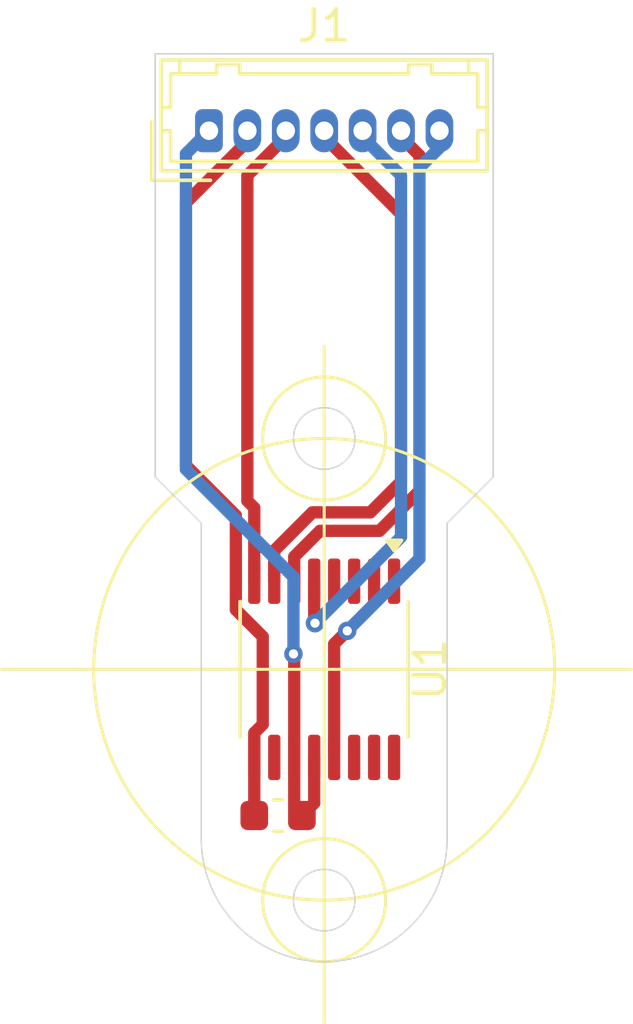
<source format=kicad_pcb>
(kicad_pcb (version 20240108) (generator "pcbnew") (generator_version "8.0")
  (layers (0 "F.Cu" signal) (31 "B.Cu" signal) (34 "B.Paste" user) (35 "F.Paste" user) (36 "B.SilkS" user "B.Silkscreen") (37 "F.SilkS" user "F.Silkscreen") (38 "B.Mask" user) (39 "F.Mask" user) (44 "Edge.Cuts" user))
  (net 0 "")
  (net 1 "GND")
  (net 2 "+3V3")
  (net 3 "/ERROR")
  (net 4 "/SPI_CLK")
  (net 5 "/NSS_ENC")
  (net 6 "/SPI_MISO")
  (net 7 "/SPI_MOSI")
  (footprint "Connector_Hirose:Hirose_DF13-07P-1.25DSA_1x07_P1.25mm_Vertical" (layer "F.Cu") (at 44.25 35.5)
    (property "Reference" "J1" (at 3.75 -3.4 0) (layer "F.SilkS"))
    (property "Value" "Conn_01x07")
    (fp_line (start -1.86 -0.3) (end -1.86 1.61) (stroke (width 0.12)) (layer "F.SilkS"))
    (fp_line (start -1.86 1.61) (end 0.05 1.61) (stroke (width 0.12)) (layer "F.SilkS"))
    (fp_line (start -1.55 -2.3) (end -1.55 1.3) (stroke (width 0.12)) (layer "F.SilkS"))
    (fp_line (start -1.55 -0.75) (end -1.25 -0.75) (stroke (width 0.12)) (layer "F.SilkS"))
    (fp_line (start -1.55 0) (end -1.25 0) (stroke (width 0.12)) (layer "F.SilkS"))
    (fp_line (start -1.55 1.3) (end 9.05 1.3) (stroke (width 0.12)) (layer "F.SilkS"))
    (fp_line (start -1.25 -1.85) (end -0.95 -1.85) (stroke (width 0.12)) (layer "F.SilkS"))
    (fp_line (start -1.25 -0.75) (end -1.25 -1.85) (stroke (width 0.12)) (layer "F.SilkS"))
    (fp_line (start -1.25 0) (end -1.25 1) (stroke (width 0.12)) (layer "F.SilkS"))
    (fp_line (start -1.25 1) (end 8.75 1) (stroke (width 0.12)) (layer "F.SilkS"))
    (fp_line (start -0.95 -1.85) (end -0.95 -2.3) (stroke (width 0.12)) (layer "F.SilkS"))
    (fp_line (start -0.95 -1.85) (end 0.25 -1.85) (stroke (width 0.12)) (layer "F.SilkS"))
    (fp_line (start 0.25 -2.15) (end 1 -2.15) (stroke (width 0.12)) (layer "F.SilkS"))
    (fp_line (start 0.25 -1.85) (end 0.25 -2.15) (stroke (width 0.12)) (layer "F.SilkS"))
    (fp_line (start 1 -2.15) (end 1 -1.85) (stroke (width 0.12)) (layer "F.SilkS"))
    (fp_line (start 1 -1.85) (end 6.5 -1.85) (stroke (width 0.12)) (layer "F.SilkS"))
    (fp_line (start 6.5 -2.15) (end 7.25 -2.15) (stroke (width 0.12)) (layer "F.SilkS"))
    (fp_line (start 6.5 -1.85) (end 6.5 -2.15) (stroke (width 0.12)) (layer "F.SilkS"))
    (fp_line (start 7.25 -2.15) (end 7.25 -1.85) (stroke (width 0.12)) (layer "F.SilkS"))
    (fp_line (start 7.25 -1.85) (end 8.45 -1.85) (stroke (width 0.12)) (layer "F.SilkS"))
    (fp_line (start 8.45 -1.85) (end 8.45 -2.3) (stroke (width 0.12)) (layer "F.SilkS"))
    (fp_line (start 8.75 -1.85) (end 8.45 -1.85) (stroke (width 0.12)) (layer "F.SilkS"))
    (fp_line (start 8.75 -0.75) (end 8.75 -1.85) (stroke (width 0.12)) (layer "F.SilkS"))
    (fp_line (start 8.75 0) (end 9.05 0) (stroke (width 0.12)) (layer "F.SilkS"))
    (fp_line (start 8.75 1) (end 8.75 0) (stroke (width 0.12)) (layer "F.SilkS"))
    (fp_line (start 9.05 -2.3) (end -1.55 -2.3) (stroke (width 0.12)) (layer "F.SilkS"))
    (fp_line (start 9.05 -0.75) (end 8.75 -0.75) (stroke (width 0.12)) (layer "F.SilkS"))
    (fp_line (start 9.05 1.3) (end 9.05 -2.3) (stroke (width 0.12)) (layer "F.SilkS"))
    (pad "1" thru_hole roundrect (at 0 0) (size 0.9 1.4) (drill 0.6) (layers "*.Cu" "*.Mask" "In1.Cu" "In2.Cu" "In3.Cu" "In4.Cu" "In5.Cu" "In6.Cu" "In7.Cu" "In8.Cu" "In9.Cu" "In10.Cu" "In11.Cu" "In12.Cu" "In13.Cu" "In14.Cu" "In15.Cu" "In16.Cu" "In17.Cu" "In18.Cu" "In19.Cu" "In20.Cu" "In21.Cu" "In22.Cu" "In23.Cu" "In24.Cu" "In25.Cu" "In26.Cu" "In27.Cu" "In28.Cu" "In29.Cu" "In30.Cu") (net 1 "GND"))
    (pad "2" thru_hole oval (at 1.25 0) (size 0.9 1.4) (drill 0.6) (layers "*.Cu" "*.Mask" "In1.Cu" "In2.Cu" "In3.Cu" "In4.Cu" "In5.Cu" "In6.Cu" "In7.Cu" "In8.Cu" "In9.Cu" "In10.Cu" "In11.Cu" "In12.Cu" "In13.Cu" "In14.Cu" "In15.Cu" "In16.Cu" "In17.Cu" "In18.Cu" "In19.Cu" "In20.Cu" "In21.Cu" "In22.Cu" "In23.Cu" "In24.Cu" "In25.Cu" "In26.Cu" "In27.Cu" "In28.Cu" "In29.Cu" "In30.Cu") (net 2 "+3V3"))
    (pad "3" thru_hole oval (at 2.5 0) (size 0.9 1.4) (drill 0.6) (layers "*.Cu" "*.Mask" "In1.Cu" "In2.Cu" "In3.Cu" "In4.Cu" "In5.Cu" "In6.Cu" "In7.Cu" "In8.Cu" "In9.Cu" "In10.Cu" "In11.Cu" "In12.Cu" "In13.Cu" "In14.Cu" "In15.Cu" "In16.Cu" "In17.Cu" "In18.Cu" "In19.Cu" "In20.Cu" "In21.Cu" "In22.Cu" "In23.Cu" "In24.Cu" "In25.Cu" "In26.Cu" "In27.Cu" "In28.Cu" "In29.Cu" "In30.Cu") (net 5 "/NSS_ENC"))
    (pad "4" thru_hole oval (at 3.75 0) (size 0.9 1.4) (drill 0.6) (layers "*.Cu" "*.Mask" "In1.Cu" "In2.Cu" "In3.Cu" "In4.Cu" "In5.Cu" "In6.Cu" "In7.Cu" "In8.Cu" "In9.Cu" "In10.Cu" "In11.Cu" "In12.Cu" "In13.Cu" "In14.Cu" "In15.Cu" "In16.Cu" "In17.Cu" "In18.Cu" "In19.Cu" "In20.Cu" "In21.Cu" "In22.Cu" "In23.Cu" "In24.Cu" "In25.Cu" "In26.Cu" "In27.Cu" "In28.Cu" "In29.Cu" "In30.Cu") (net 4 "/SPI_CLK"))
    (pad "5" thru_hole oval (at 5 0) (size 0.9 1.4) (drill 0.6) (layers "*.Cu" "*.Mask" "In1.Cu" "In2.Cu" "In3.Cu" "In4.Cu" "In5.Cu" "In6.Cu" "In7.Cu" "In8.Cu" "In9.Cu" "In10.Cu" "In11.Cu" "In12.Cu" "In13.Cu" "In14.Cu" "In15.Cu" "In16.Cu" "In17.Cu" "In18.Cu" "In19.Cu" "In20.Cu" "In21.Cu" "In22.Cu" "In23.Cu" "In24.Cu" "In25.Cu" "In26.Cu" "In27.Cu" "In28.Cu" "In29.Cu" "In30.Cu") (net 6 "/SPI_MISO"))
    (pad "6" thru_hole oval (at 6.25 0) (size 0.9 1.4) (drill 0.6) (layers "*.Cu" "*.Mask" "In1.Cu" "In2.Cu" "In3.Cu" "In4.Cu" "In5.Cu" "In6.Cu" "In7.Cu" "In8.Cu" "In9.Cu" "In10.Cu" "In11.Cu" "In12.Cu" "In13.Cu" "In14.Cu" "In15.Cu" "In16.Cu" "In17.Cu" "In18.Cu" "In19.Cu" "In20.Cu" "In21.Cu" "In22.Cu" "In23.Cu" "In24.Cu" "In25.Cu" "In26.Cu" "In27.Cu" "In28.Cu" "In29.Cu" "In30.Cu") (net 7 "/SPI_MOSI"))
    (pad "7" thru_hole oval (at 7.5 0) (size 0.9 1.4) (drill 0.6) (layers "*.Cu" "*.Mask" "In1.Cu" "In2.Cu" "In3.Cu" "In4.Cu" "In5.Cu" "In6.Cu" "In7.Cu" "In8.Cu" "In9.Cu" "In10.Cu" "In11.Cu" "In12.Cu" "In13.Cu" "In14.Cu" "In15.Cu" "In16.Cu" "In17.Cu" "In18.Cu" "In19.Cu" "In20.Cu" "In21.Cu" "In22.Cu" "In23.Cu" "In24.Cu" "In25.Cu" "In26.Cu" "In27.Cu" "In28.Cu" "In29.Cu" "In30.Cu") (net 3 "/ERROR"))
  )
  (footprint "Package_SO:TSSOP-16_4.4x5mm_P0.65mm" (layer "F.Cu") (at 48 53 -90)
    (property "Reference" "U1" (at 0 -3.45 90) (layer "F.SilkS"))
    (property "Value" "AK7452")
    (fp_line (start 0 2.735) (end -2.2 2.735) (stroke (width 0.12)) (layer "F.SilkS"))
    (fp_line (start 0 2.735) (end 2.2 2.735) (stroke (width 0.12)) (layer "F.SilkS"))
    (fp_line (start 0 -2.735) (end -2.2 -2.735) (stroke (width 0.12)) (layer "F.SilkS"))
    (fp_line (start 0 -2.735) (end 2.2 -2.735) (stroke (width 0.12)) (layer "F.SilkS"))
    (fp_poly (pts (xy -3.86 -2.275) (xy -4.19 -2.515) (xy -4.19 -2.035) (xy -3.86 -2.275)) (stroke (width 0.12)) (fill solid) (layer "F.SilkS"))
    (pad "1" smd roundrect (at -2.8625 -2.275 270) (size 1.475 0.4) (layers "F.Cu" "F.Paste" "F.Mask"))
    (pad "2" smd roundrect (at -2.8625 -1.625 270) (size 1.475 0.4) (layers "F.Cu" "F.Paste" "F.Mask"))
    (pad "3" smd roundrect (at -2.8625 -0.975 270) (size 1.475 0.4) (layers "F.Cu" "F.Paste" "F.Mask"))
    (pad "4" smd roundrect (at -2.8625 -0.325 270) (size 1.475 0.4) (layers "F.Cu" "F.Paste" "F.Mask"))
    (pad "5" smd roundrect (at -2.8625 0.325 270) (size 1.475 0.4) (layers "F.Cu" "F.Paste" "F.Mask") (net 6 "/SPI_MISO"))
    (pad "6" smd roundrect (at -2.8625 0.975 270) (size 1.475 0.4) (layers "F.Cu" "F.Paste" "F.Mask") (net 7 "/SPI_MOSI"))
    (pad "7" smd roundrect (at -2.8625 1.625 270) (size 1.475 0.4) (layers "F.Cu" "F.Paste" "F.Mask") (net 4 "/SPI_CLK"))
    (pad "8" smd roundrect (at -2.8625 2.275 270) (size 1.475 0.4) (layers "F.Cu" "F.Paste" "F.Mask") (net 5 "/NSS_ENC"))
    (pad "9" smd roundrect (at 2.8625 2.275 270) (size 1.475 0.4) (layers "F.Cu" "F.Paste" "F.Mask") (net 2 "+3V3"))
    (pad "10" smd roundrect (at 2.8625 1.625 270) (size 1.475 0.4) (layers "F.Cu" "F.Paste" "F.Mask"))
    (pad "11" smd roundrect (at 2.8625 0.975 270) (size 1.475 0.4) (layers "F.Cu" "F.Paste" "F.Mask") (net 1 "GND"))
    (pad "12" smd roundrect (at 2.8625 0.325 270) (size 1.475 0.4) (layers "F.Cu" "F.Paste" "F.Mask") (net 1 "GND"))
    (pad "13" smd roundrect (at 2.8625 -0.325 270) (size 1.475 0.4) (layers "F.Cu" "F.Paste" "F.Mask") (net 3 "/ERROR"))
    (pad "14" smd roundrect (at 2.8625 -0.975 270) (size 1.475 0.4) (layers "F.Cu" "F.Paste" "F.Mask"))
    (pad "15" smd roundrect (at 2.8625 -1.625 270) (size 1.475 0.4) (layers "F.Cu" "F.Paste" "F.Mask"))
    (pad "16" smd roundrect (at 2.8625 -2.275 270) (size 1.475 0.4) (layers "F.Cu" "F.Paste" "F.Mask"))
  )
  (footprint "Capacitor_SMD:C_0603_1608Metric" (layer "F.Cu") (at 46.5 57.75)
    (property "Reference" "C1" (hide yes))
    (property "Value" "C")
    (fp_line (start -0.14058 -0.51) (end 0.14058 -0.51) (stroke (width 0.12)) (layer "F.SilkS"))
    (fp_line (start -0.14058 0.51) (end 0.14058 0.51) (stroke (width 0.12)) (layer "F.SilkS"))
    (pad "1" smd roundrect (at -0.775 0) (size 0.9 0.95) (layers "F.Cu" "F.Paste" "F.Mask") (net 2 "+3V3"))
    (pad "2" smd roundrect (at 0.775 0) (size 0.9 0.95) (layers "F.Cu" "F.Paste" "F.Mask") (net 1 "GND"))
  )
  (gr_line (start 37.5 53) (end 58 53) (stroke (width 0.1)) (layer "F.SilkS"))
  (gr_circle (center 48 60.5) (end 50 60.5) (stroke (width 0.1)) (fill none) (layer "F.SilkS"))
  (gr_line (start 48 42.5) (end 48 64.5) (stroke (width 0.1)) (layer "F.SilkS"))
  (gr_circle (center 48 45.5) (end 46 45.5) (stroke (width 0.1)) (fill none) (layer "F.SilkS"))
  (gr_circle (center 48 53) (end 55.5 53) (stroke (width 0.1)) (fill none) (layer "F.SilkS"))
  (gr_arc (start 52 58.5) (mid 48 62.5) (end 44 58.5) (stroke (width 0.05)) (layer "Edge.Cuts"))
  (gr_line (start 52 48.25) (end 53.5 46.75) (stroke (width 0.05)) (layer "Edge.Cuts"))
  (gr_circle (center 48 60.5) (end 48 61.5) (stroke (width 0.05)) (fill none) (layer "Edge.Cuts"))
  (gr_line (start 52 58.5) (end 52 48.25) (stroke (width 0.05)) (layer "Edge.Cuts"))
  (gr_line (start 53.5 46.75) (end 53.5 33) (stroke (width 0.05)) (layer "Edge.Cuts"))
  (gr_line (start 42.5 46.75) (end 44 48.25) (stroke (width 0.05)) (layer "Edge.Cuts"))
  (gr_circle (center 48 45.5) (end 48 46.5) (stroke (width 0.05)) (fill none) (layer "Edge.Cuts"))
  (gr_line (start 42.5 33) (end 42.5 46.75) (stroke (width 0.05)) (layer "Edge.Cuts"))
  (gr_line (start 44 48.25) (end 44 58.5) (stroke (width 0.05)) (layer "Edge.Cuts"))
  (gr_line (start 53.5 33) (end 42.5 33) (stroke (width 0.05)) (layer "Edge.Cuts"))
  (segment (start 47.025 55.8625) (end 47.025 57.5) (width 0.4) (layer "F.Cu") (net 1))
  (segment (start 47.675 55.8625) (end 47.675 57.35) (width 0.4) (layer "F.Cu") (net 1))
  (segment (start 47.025 55.8625) (end 47.025 52.525) (width 0.4) (layer "F.Cu") (net 1))
  (segment (start 47.025 52.525) (end 47 52.5) (width 0.4) (layer "F.Cu") (net 1))
  (segment (start 47.025 57.5) (end 47.275 57.75) (width 0.4) (layer "F.Cu") (net 1))
  (segment (start 47.675 57.35) (end 47.275 57.75) (width 0.4) (layer "F.Cu") (net 1))
  (via (at 47 52.5) (size 0.6) (drill 0.3) (layers "F.Cu" "B.Cu") (net 1))
  (segment (start 43.5 46.5) (end 43.5 36.25) (width 0.4) (layer "B.Cu") (net 1))
  (segment (start 47 52.5) (end 47 50) (width 0.4) (layer "B.Cu") (net 1))
  (segment (start 47 50) (end 43.5 46.5) (width 0.4) (layer "B.Cu") (net 1))
  (segment (start 43.5 36.25) (end 44.25 35.5) (width 0.4) (layer "B.Cu") (net 1))
  (segment (start 45.725 57.75) (end 45.725 55.8625) (width 0.4) (layer "F.Cu") (net 2))
  (segment (start 45.125 51.0625) (end 45.125 48) (width 0.4) (layer "F.Cu") (net 2))
  (segment (start 43.5 37.840118) (end 45.5 35.840118) (width 0.4) (layer "F.Cu") (net 2))
  (segment (start 43.5 46.375) (end 43.5 37.840118) (width 0.4) (layer "F.Cu") (net 2))
  (segment (start 45.5 35.840118) (end 45.5 35.5) (width 0.4) (layer "F.Cu") (net 2))
  (segment (start 46 51.9375) (end 45.125 51.0625) (width 0.4) (layer "F.Cu") (net 2))
  (segment (start 46 54.790122) (end 46 51.9375) (width 0.4) (layer "F.Cu") (net 2))
  (segment (start 45.725 55.8625) (end 45.725 55.065122) (width 0.4) (layer "F.Cu") (net 2))
  (segment (start 45.725 55.065122) (end 46 54.790122) (width 0.4) (layer "F.Cu") (net 2))
  (segment (start 45.125 48) (end 43.5 46.375) (width 0.4) (layer "F.Cu") (net 2))
  (segment (start 48.325 52.175) (end 48.325 55.8625) (width 0.4) (layer "F.Cu") (net 3))
  (segment (start 48.75 51.75) (end 48.325 52.175) (width 0.4) (layer "F.Cu") (net 3))
  (via (at 48.75 51.75) (size 0.6) (drill 0.3) (layers "F.Cu" "B.Cu") (net 3))
  (segment (start 51.1 36.703554) (end 51.75 36.053554) (width 0.4) (layer "B.Cu") (net 3))
  (segment (start 48.75 51.75) (end 51.1 49.4) (width 0.4) (layer "B.Cu") (net 3))
  (segment (start 51.75 36.053554) (end 51.75 35.5) (width 0.4) (layer "B.Cu") (net 3))
  (segment (start 51.1 49.4) (end 51.1 36.703554) (width 0.4) (layer "B.Cu") (net 3))
  (segment (start 48 35.702082) (end 48 35.5) (width 0.4) (layer "F.Cu") (net 4))
  (segment (start 46.375 49.141594) (end 47.616594 47.9) (width 0.4) (layer "F.Cu") (net 4))
  (segment (start 46.375 50.1375) (end 46.375 49.141594) (width 0.4) (layer "F.Cu") (net 4))
  (segment (start 47.616594 47.9) (end 49.5 47.9) (width 0.4) (layer "F.Cu") (net 4))
  (segment (start 50.5 38.202082) (end 48 35.702082) (width 0.4) (layer "F.Cu") (net 4))
  (segment (start 49.5 47.9) (end 50.5 46.9) (width 0.4) (layer "F.Cu") (net 4))
  (segment (start 50.5 46.9) (end 50.5 38.202082) (width 0.4) (layer "F.Cu") (net 4))
  (segment (start 45.5 47.526472) (end 45.5 36.952082) (width 0.4) (layer "F.Cu") (net 5))
  (segment (start 45.725 47.751472) (end 45.5 47.526472) (width 0.4) (layer "F.Cu") (net 5))
  (segment (start 46.75 35.702082) (end 46.75 35.5) (width 0.4) (layer "F.Cu") (net 5))
  (segment (start 45.725 50.1375) (end 45.725 47.751472) (width 0.4) (layer "F.Cu") (net 5))
  (segment (start 45.5 36.952082) (end 46.75 35.702082) (width 0.4) (layer "F.Cu") (net 5))
  (segment (start 47.7 51.5) (end 47.675 51.475) (width 0.4) (layer "F.Cu") (net 6))
  (segment (start 47.675 51.475) (end 47.675 50.1375) (width 0.4) (layer "F.Cu") (net 6))
  (via (at 47.7 51.5) (size 0.6) (drill 0.3) (layers "F.Cu" "B.Cu") (net 6))
  (segment (start 47.7 51.5) (end 50.5 48.7) (width 0.4) (layer "B.Cu") (net 6))
  (segment (start 50.5 36.952082) (end 49.25 35.702082) (width 0.4) (layer "B.Cu") (net 6))
  (segment (start 49.25 35.702082) (end 49.25 35.5) (width 0.4) (layer "B.Cu") (net 6))
  (segment (start 50.5 48.7) (end 50.5 36.952082) (width 0.4) (layer "B.Cu") (net 6))
  (segment (start 51.1 47.2) (end 51.1 36.302082) (width 0.4) (layer "F.Cu") (net 7))
  (segment (start 49.8 48.5) (end 51.1 47.2) (width 0.4) (layer "F.Cu") (net 7))
  (segment (start 50.5 35.702082) (end 50.5 35.5) (width 0.4) (layer "F.Cu") (net 7))
  (segment (start 51.1 36.302082) (end 50.5 35.702082) (width 0.4) (layer "F.Cu") (net 7))
  (segment (start 47.025 49.340122) (end 47.865122 48.5) (width 0.4) (layer "F.Cu") (net 7))
  (segment (start 47.025 50.1375) (end 47.025 49.340122) (width 0.4) (layer "F.Cu") (net 7))
  (segment (start 47.865122 48.5) (end 49.8 48.5) (width 0.4) (layer "F.Cu") (net 7))
)
</source>
